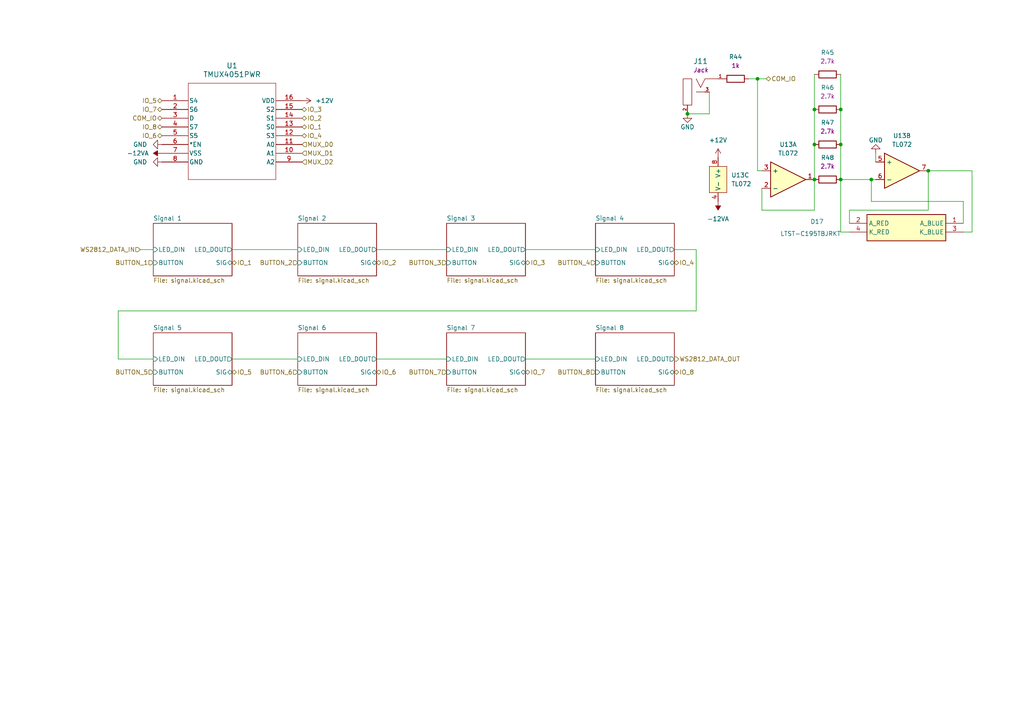
<source format=kicad_sch>
(kicad_sch (version 20231120) (generator "eeschema") (generator_version "8.0")
  (paper "A4")
  (lib_symbols
    (symbol "4ms_IC:TL072"
      (property "Reference" "U" (at 2.54 5.08 0))
      (property "Value" "TL072" (at 2.54 -3.81 0))
      (symbol "TL072_1_1"
        (polyline (pts (xy -5.08 5.08) (xy 5.08 0) (xy -5.08 -5.08) (xy -5.08 5.08)) (stroke (width 0.254)) (fill (type background)))
        (pin output line (at 7.62 0 180) (length 2.54) (name "~") (number "1"))
        (pin input line (at -7.62 -2.54 0) (length 2.54) (name "-") (number "2"))
        (pin input line (at -7.62 2.54 0) (length 2.54) (name "+") (number "3"))
      )
      (symbol "TL072_2_1"
        (polyline (pts (xy -5.08 5.08) (xy 5.08 0) (xy -5.08 -5.08) (xy -5.08 5.08)) (stroke (width 0.254)) (fill (type background)))
        (pin input line (at -7.62 2.54 0) (length 2.54) (name "+") (number "5"))
        (pin input line (at -7.62 -2.54 0) (length 2.54) (name "-") (number "6"))
        (pin output line (at 7.62 0 180) (length 2.54) (name "~") (number "7"))
      )
      (symbol "TL072_3_1"
        (rectangle (start -2.54 3.81) (end 2.54 -3.81) (fill (type background)))
        (pin power_in line (at 0 -6.35 90) (length 2.54) (name "V-") (number "4"))
        (pin power_in line (at 0 6.35 270) (length 2.54) (name "V+") (number "8"))
      )
    )
    (symbol "4ms_Jack:3.5mm_Mono_Switched_sm" (pin_names (offset 0) hide)
      (property "Reference" "J" (at -5.334 9.144 0))
      (property "Display" "Jack" (at -4.064 6.858 0))
      (symbol "3.5mm_Mono_Switched_sm_0_0"
        (rectangle (start -6.35 5.08) (end -3.81 -2.54))
        (polyline (pts (xy -2.54 1.27) (xy 0 1.27)))
        (polyline (pts (xy -2.54 5.08) (xy -1.27 2.54) (xy 0 5.08) (xy 3.81 5.08)))
      )
      (symbol "3.5mm_Mono_Switched_sm_1_1"
        (pin passive line (at 5.08 5.08 180) (length 1.27) (name "SIG") (number "1"))
        (pin passive line (at -5.08 -5.08 90) (length 2.54) (name "SHEILD") (number "2"))
        (pin passive line (at 1.27 1.27 180) (length 1.27) (name "SW") (number "3"))
      )
    )
    (symbol "4ms_Power-symbol:+12V" (power) (pin_names (offset 0))
      (property "Value" "+12V" (at 0 3.556 0))
      (symbol "+12V_0_1"
        (polyline (pts (xy -0.762 1.27) (xy 0 2.54)))
        (polyline (pts (xy 0 0) (xy 0 2.54)))
        (polyline (pts (xy 0 2.54) (xy 0.762 1.27)))
      )
      (symbol "+12V_1_1"
        (pin power_in line (at 0 0 90) (length 0) hide (name "+12V") (number "1"))
      )
    )
    (symbol "4ms_Power-symbol:-12VA" (power) (pin_names (offset 0))
      (property "Value" "-12VA" (at 0 3.556 0))
      (symbol "-12VA_0_0"
        (pin power_in line (at 0 0 90) (length 0) hide (name "-12VA") (number "1"))
      )
      (symbol "-12VA_0_1"
        (polyline (pts (xy 0 0) (xy 0 1.27) (xy 0.762 1.27) (xy 0 2.54) (xy -0.762 1.27) (xy 0 1.27)) (fill (type outline)))
      )
    )
    (symbol "4ms_Power-symbol:GND" (power) (pin_names (offset 0))
      (property "Value" "GND" (at 0 -3.81 0))
      (symbol "GND_0_1"
        (polyline (pts (xy 0 0) (xy 0 -1.27) (xy 1.27 -1.27) (xy 0 -2.54) (xy -1.27 -1.27) (xy 0 -1.27)))
      )
      (symbol "GND_1_1"
        (pin power_in line (at 0 0 270) (length 0) hide (name "GND") (number "1"))
      )
    )
    (symbol "4ms_Resistor:1k_0402" (pin_numbers hide) (pin_names (offset 0))
      (property "Reference" "R" (at 2.032 0 90))
      (property "Display" "1k" (at 3.81 0 90))
      (symbol "1k_0402_0_1"
        (rectangle (start -1.016 -2.54) (end 1.016 2.54) (stroke (width 0.254)))
      )
      (symbol "1k_0402_1_1"
        (pin passive line (at 0 3.81 270) (length 1.27) (name "~") (number "1"))
        (pin passive line (at 0 -3.81 90) (length 1.27) (name "~") (number "2"))
      )
    )
    (symbol "4ms_Resistor:2.7k_0603" (pin_numbers hide) (pin_names (offset 0))
      (property "Reference" "R" (at 2.032 0 90))
      (property "Display" "2.7k" (at 3.81 0 90))
      (symbol "2.7k_0603_0_1"
        (rectangle (start -1.016 -2.54) (end 1.016 2.54) (stroke (width 0.254)))
      )
      (symbol "2.7k_0603_1_1"
        (pin passive line (at 0 3.81 270) (length 1.27) (name "~") (number "1"))
        (pin passive line (at 0 -3.81 90) (length 1.27) (name "~") (number "2"))
      )
    )
    (symbol "SamacSys_Parts:LTST-C195TBJRKT"
      (property "Reference" "LED" (at 29.21 7.62 0))
      (property "Value" "LTST-C195TBJRKT" (at 29.21 5.08 0))
      (symbol "LTST-C195TBJRKT_1_1"
        (rectangle (start 5.08 2.54) (end 27.94 -5.08) (stroke (width 0.254)) (fill (type background)))
        (pin passive line (at 33.02 0 180) (length 5.08) (name "A_BLUE") (number "1"))
        (pin passive line (at 0 0 0) (length 5.08) (name "A_RED") (number "2"))
        (pin passive line (at 33.02 -2.54 180) (length 5.08) (name "K_BLUE") (number "3"))
        (pin passive line (at 0 -2.54 0) (length 5.08) (name "K_RED") (number "4"))
      )
    )
    (symbol "TMUX4051:TMUX4051PWR" (pin_names (offset 0.254))
      (property "Reference" "U" (at 20.32 10.16 0))
      (property "Value" "TMUX4051PWR" (at 20.32 7.62 0))
      (symbol "TMUX4051PWR_0_1"
        (polyline (pts (xy 7.62 -22.86) (xy 33.02 -22.86)) (stroke (width 0.127)))
        (polyline (pts (xy 7.62 5.08) (xy 7.62 -22.86)) (stroke (width 0.127)))
        (polyline (pts (xy 33.02 -22.86) (xy 33.02 5.08)) (stroke (width 0.127)))
        (polyline (pts (xy 33.02 5.08) (xy 7.62 5.08)) (stroke (width 0.127)))
        (pin bidirectional line (at 0 0 0) (length 7.62) (name "S4") (number "1"))
        (pin input line (at 40.64 -15.24 180) (length 7.62) (name "A1") (number "10"))
        (pin input line (at 40.64 -12.7 180) (length 7.62) (name "A0") (number "11"))
        (pin bidirectional line (at 40.64 -10.16 180) (length 7.62) (name "S3") (number "12"))
        (pin bidirectional line (at 40.64 -7.62 180) (length 7.62) (name "S0") (number "13"))
        (pin bidirectional line (at 40.64 -5.08 180) (length 7.62) (name "S1") (number "14"))
        (pin bidirectional line (at 40.64 -2.54 180) (length 7.62) (name "S2") (number "15"))
        (pin power_in line (at 40.64 0 180) (length 7.62) (name "VDD") (number "16"))
        (pin bidirectional line (at 0 -2.54 0) (length 7.62) (name "S6") (number "2"))
        (pin bidirectional line (at 0 -5.08 0) (length 7.62) (name "D") (number "3"))
        (pin bidirectional line (at 0 -7.62 0) (length 7.62) (name "S7") (number "4"))
        (pin bidirectional line (at 0 -10.16 0) (length 7.62) (name "S5") (number "5"))
        (pin input line (at 0 -12.7 0) (length 7.62) (name "*EN") (number "6"))
        (pin power_out line (at 0 -15.24 0) (length 7.62) (name "VSS") (number "7"))
        (pin power_out line (at 0 -17.78 0) (length 7.62) (name "GND") (number "8"))
        (pin input line (at 40.64 -17.78 180) (length 7.62) (name "A2") (number "9"))
      )
    )
    (symbol "power:+12V" (power) (pin_numbers hide) (pin_names (offset 0) hide)
      (property "Value" "+12V" (at 0 3.556 0))
      (symbol "+12V_0_1"
        (polyline (pts (xy -0.762 1.27) (xy 0 2.54)))
        (polyline (pts (xy 0 0) (xy 0 2.54)))
        (polyline (pts (xy 0 2.54) (xy 0.762 1.27)))
      )
      (symbol "+12V_1_1"
        (pin power_in line (at 0 0 90) (length 0) (name "~") (number "1"))
      )
    )
  )
  (junction (at 269.24 49.53))
  (junction (at 219.71 22.86))
  (junction (at 243.84 31.75))
  (junction (at 236.22 41.91))
  (junction (at 243.84 52.07))
  (junction (at 243.84 41.91))
  (junction (at 199.39 33.02))
  (junction (at 236.22 52.07))
  (junction (at 252.73 52.07))
  (junction (at 236.22 31.75))
  (wire (pts (xy 34.29 90.17) (xy 34.29 104.14)))
  (wire (pts (xy 269.24 60.96) (xy 269.24 49.53)))
  (wire (pts (xy 222.25 22.86) (xy 219.71 22.86)))
  (wire (pts (xy 34.29 104.14) (xy 44.45 104.14)))
  (wire (pts (xy 67.31 72.39) (xy 86.36 72.39)))
  (wire (pts (xy 220.98 60.96) (xy 236.22 60.96)))
  (wire (pts (xy 246.38 60.96) (xy 269.24 60.96)))
  (wire (pts (xy 195.58 72.39) (xy 201.93 72.39)))
  (wire (pts (xy 219.71 49.53) (xy 220.98 49.53)))
  (wire (pts (xy 152.4 72.39) (xy 172.72 72.39)))
  (wire (pts (xy 243.84 21.59) (xy 243.84 31.75)))
  (wire (pts (xy 219.71 22.86) (xy 219.71 49.53)))
  (wire (pts (xy 279.4 67.31) (xy 281.94 67.31)))
  (wire (pts (xy 269.24 49.53) (xy 281.94 49.53)))
  (wire (pts (xy 236.22 31.75) (xy 236.22 41.91)))
  (wire (pts (xy 40.64 72.39) (xy 44.45 72.39)))
  (wire (pts (xy 236.22 21.59) (xy 236.22 31.75)))
  (wire (pts (xy 236.22 60.96) (xy 236.22 52.07)))
  (wire (pts (xy 205.74 26.67) (xy 205.74 33.02)))
  (wire (pts (xy 152.4 104.14) (xy 172.72 104.14)))
  (wire (pts (xy 246.38 67.31) (xy 243.84 67.31)))
  (wire (pts (xy 252.73 52.07) (xy 254 52.07)))
  (wire (pts (xy 243.84 52.07) (xy 252.73 52.07)))
  (wire (pts (xy 109.22 72.39) (xy 129.54 72.39)))
  (wire (pts (xy 201.93 72.39) (xy 201.93 90.17)))
  (wire (pts (xy 67.31 104.14) (xy 86.36 104.14)))
  (wire (pts (xy 201.93 90.17) (xy 34.29 90.17)))
  (wire (pts (xy 281.94 67.31) (xy 281.94 49.53)))
  (wire (pts (xy 246.38 64.77) (xy 246.38 60.96)))
  (wire (pts (xy 252.73 58.42) (xy 252.73 52.07)))
  (wire (pts (xy 243.84 67.31) (xy 243.84 52.07)))
  (wire (pts (xy 279.4 64.77) (xy 279.4 58.42)))
  (wire (pts (xy 220.98 54.61) (xy 220.98 60.96)))
  (wire (pts (xy 279.4 58.42) (xy 252.73 58.42)))
  (wire (pts (xy 243.84 41.91) (xy 243.84 52.07)))
  (wire (pts (xy 236.22 41.91) (xy 236.22 52.07)))
  (wire (pts (xy 109.22 104.14) (xy 129.54 104.14)))
  (wire (pts (xy 254 44.45) (xy 254 46.99)))
  (wire (pts (xy 205.74 33.02) (xy 199.39 33.02)))
  (wire (pts (xy 219.71 22.86) (xy 217.17 22.86)))
  (wire (pts (xy 243.84 31.75) (xy 243.84 41.91)))
  (hierarchical_label "IO_6" (shape bidirectional) (at 46.99 39.37 180))
  (hierarchical_label "COM_IO" (shape bidirectional) (at 222.25 22.86 0))
  (hierarchical_label "IO_1" (shape bidirectional) (at 87.63 36.83 0))
  (hierarchical_label "BUTTON_6" (shape input) (at 86.36 107.95 180))
  (hierarchical_label "IO_7" (shape bidirectional) (at 46.99 31.75 180))
  (hierarchical_label "IO_3" (shape bidirectional) (at 87.63 31.75 0))
  (hierarchical_label "IO_8" (shape bidirectional) (at 46.99 36.83 180))
  (hierarchical_label "IO_6" (shape bidirectional) (at 109.22 107.95 0))
  (hierarchical_label "IO_1" (shape bidirectional) (at 67.31 76.2 0))
  (hierarchical_label "BUTTON_4" (shape input) (at 172.72 76.2 180))
  (hierarchical_label "IO_8" (shape bidirectional) (at 195.58 107.95 0))
  (hierarchical_label "WS2812_DATA_OUT" (shape output) (at 195.58 104.14 0))
  (hierarchical_label "BUTTON_8" (shape input) (at 172.72 107.95 180))
  (hierarchical_label "IO_4" (shape bidirectional) (at 87.63 39.37 0))
  (hierarchical_label "MUX_D1" (shape input) (at 87.63 44.45 0))
  (hierarchical_label "BUTTON_5" (shape input) (at 44.45 107.95 180))
  (hierarchical_label "BUTTON_7" (shape input) (at 129.54 107.95 180))
  (hierarchical_label "BUTTON_1" (shape input) (at 44.45 76.2 180))
  (hierarchical_label "WS2812_DATA_IN" (shape input) (at 40.64 72.39 180))
  (hierarchical_label "IO_5" (shape bidirectional) (at 67.31 107.95 0))
  (hierarchical_label "IO_4" (shape bidirectional) (at 195.58 76.2 0))
  (hierarchical_label "IO_7" (shape bidirectional) (at 152.4 107.95 0))
  (hierarchical_label "IO_3" (shape bidirectional) (at 152.4 76.2 0))
  (hierarchical_label "IO_5" (shape bidirectional) (at 46.99 29.21 180))
  (hierarchical_label "MUX_D0" (shape input) (at 87.63 41.91 0))
  (hierarchical_label "MUX_D2" (shape input) (at 87.63 46.99 0))
  (hierarchical_label "BUTTON_3" (shape input) (at 129.54 76.2 180))
  (hierarchical_label "IO_2" (shape bidirectional) (at 87.63 34.29 0))
  (hierarchical_label "BUTTON_2" (shape input) (at 86.36 76.2 180))
  (hierarchical_label "COM_IO" (shape bidirectional) (at 46.99 34.29 180))
  (hierarchical_label "IO_2" (shape bidirectional) (at 109.22 76.2 0))
  (symbol (lib_id "4ms_IC:TL072") (at 208.28 52.07 0) (unit 3)
    (property "Reference" "U13" (at 212.09 50.7999 0) (effects (justify left)))
    (property "Value" "TL072" (at 212.09 53.3399 0) (effects (justify left)))
    (property "Footprint" "4ms_Package_SSOP:TSSOP-8_4.4x3mm_Pitch0.65mm" (effects (hide yes)))
    (property "Description" "TL072 Dual Opamp TSSOP-8" (effects (hide yes)))
    (property "Specifications" "TL072 Dual Opamp" (effects (hide yes)))
    (property "JLCPCB ID" "C90748" (effects (hide yes)))
    (property "Production Stage" "A" (effects (hide yes)))
  )
  (symbol (lib_id "4ms_IC:TL072") (at 261.62 49.53 0) (unit 2)
    (property "Reference" "U13" (at 261.62 39.37 0))
    (property "Value" "TL072" (at 261.62 41.91 0))
    (property "Footprint" "4ms_Package_SSOP:TSSOP-8_4.4x3mm_Pitch0.65mm" (effects (hide yes)))
    (property "Description" "TL072 Dual Opamp TSSOP-8" (effects (hide yes)))
    (property "Specifications" "TL072 Dual Opamp" (effects (hide yes)))
    (property "JLCPCB ID" "C90748" (effects (hide yes)))
    (property "Production Stage" "A" (effects (hide yes)))
  )
  (symbol (lib_id "4ms_IC:TL072") (at 228.6 52.07 0) (unit 1)
    (property "Reference" "U13" (at 228.6 41.91 0))
    (property "Value" "TL072" (at 228.6 44.45 0))
    (property "Footprint" "4ms_Package_SSOP:TSSOP-8_4.4x3mm_Pitch0.65mm" (effects (hide yes)))
    (property "Description" "TL072 Dual Opamp TSSOP-8" (effects (hide yes)))
    (property "Specifications" "TL072 Dual Opamp" (effects (hide yes)))
    (property "JLCPCB ID" "C90748" (effects (hide yes)))
    (property "Production Stage" "A" (effects (hide yes)))
  )
  (symbol (lib_id "4ms_Jack:3.5mm_Mono_Switched_sm") (at 204.47 27.94 0) (unit 1)
    (property "Reference" "J11" (at 203.2 17.78 0) (effects (font (size 1.524 1.524))))
    (property "Value" "3.5mm_Mono_Switched_sm" (effects (hide yes)))
    (property "Footprint" "4ms_Jack:EighthInch_PJ398SM" (effects (hide yes)))
    (property "Description" "Audio 3.5mm Jack, mono, switched, PC-pin Vertical" (effects (hide yes)))
    (property "Specifications" "Audio 3.5mm Jack, mono, switched, PC-pin Vertical" (effects (hide yes)))
    (property "Manufacturer" "Wenzhou QingPu Electronics Co" (effects (hide yes)))
    (property "Part Number" "WQP-WQP518MA" (effects (hide yes)))
    (property "Production Stage" "C" (effects (hide yes)))
    (property "Display" "Jack" (at 203.2 20.32 0) (effects (font (italic yes))))
  )
  (symbol (lib_id "4ms_Power-symbol:-12VA") (at 208.28 58.42 180) (unit 1)
    (property "Reference" "#PWR086" (effects (hide yes)))
    (property "Value" "-12VA" (at 208.28 63.5 0))
  )
  (symbol (lib_id "4ms_Resistor:2.7k_0603") (at 240.03 41.91 90) (unit 1)
    (property "Reference" "R47" (at 240.03 35.56 90))
    (property "Value" "2.7k_0603" (effects (hide yes)))
    (property "Footprint" "4ms_Resistor:R_0603" (effects (hide yes)))
    (property "Description" "2k7, 1%, 1/10W, 0603" (effects (hide yes)))
    (property "Specifications" "2k7, 1%, 1/10W, 0603" (effects (hide yes)))
    (property "Manufacturer" "Yageo" (effects (hide yes)))
    (property "Part Number" "RC0603FR-072K7L" (effects (hide yes)))
    (property "Display" "2.7k" (at 240.03 38.1 90))
    (property "JLCPCB ID" "C13167" (effects (hide yes)))
  )
  (symbol (lib_id "4ms_Resistor:1k_0402") (at 213.36 22.86 90) (unit 1)
    (property "Reference" "R44" (at 213.36 16.51 90))
    (property "Value" "1k_0402" (effects (hide yes)))
    (property "Footprint" "4ms_Resistor:R_0402" (effects (hide yes)))
    (property "Description" "1k, 1%, 1/16W, 0603" (effects (hide yes)))
    (property "Specifications" "1k, 1%, 1/16W, 0402" (effects (hide yes)))
    (property "Manufacturer" "Yageo" (effects (hide yes)))
    (property "Part Number" "RC0402FR-071KL" (effects (hide yes)))
    (property "Manufacturer 2" "Yageo" (effects (hide yes)))
    (property "Display" "1k" (at 213.36 19.05 90))
    (property "JLCPCB ID" "C106235" (effects (hide yes)))
  )
  (symbol (lib_id "4ms_Power-symbol:GND") (at 199.39 33.02 0) (unit 1)
    (property "Reference" "#PWR051" (effects (hide yes)))
    (property "Value" "GND" (at 199.39 36.83 0))
  )
  (symbol (lib_id "SamacSys_Parts:LTST-C195TBJRKT") (at 246.38 64.77 0) (unit 1)
    (property "Reference" "D17" (at 236.982 64.262 0))
    (property "Value" "LTST-C195TBJRKT" (at 226.314 67.056 0) (effects (justify left top)))
    (property "Footprint" "SamacSys_Parts:LTSTC195TBJRKT" (effects (hide yes)))
    (property "Datasheet" "https://optoelectronics.liteon.com/upload/download/DS22-2001-079/LTST-C195TBJRKT%20.pdf" (effects (hide yes)))
    (property "Description" "LED,SMD,0605,Bi-Colour,Blue/Red Lite-On LTST-C195TBJRKT Bi-colour Blue, Red LED, 470 / 631 nm, 4-Pin 1513 (0605), Rectangle Lens SMD Package" (effects (hide yes)))
    (property "MANUFACTURER" "Lite-On Inc." (effects (hide yes)))
    (property "STANDARD" "Manufacturer Recommendation" (effects (hide yes)))
    (property "Height" "0.65" (effects (hide yes)))
    (property "Mouser Part Number" "859-LTST-C195TBJRKT" (effects (hide yes)))
    (property "Mouser Price/Stock" "https://www.mouser.co.uk/ProductDetail/Lite-On/LTST-C195TBJRKT?qs=zkxzjn%2FNGl5uy8%252BmRt4Q0Q%3D%3D" (effects (hide yes)))
    (property "Manufacturer_Name" "Lite-On" (effects (hide yes)))
    (property "Manufacturer_Part_Number" "LTST-C195TBJRKT" (effects (hide yes)))
  )
  (symbol (lib_id "4ms_Resistor:2.7k_0603") (at 240.03 52.07 90) (unit 1)
    (property "Reference" "R48" (at 240.03 45.72 90))
    (property "Value" "2.7k_0603" (effects (hide yes)))
    (property "Footprint" "4ms_Resistor:R_0603" (effects (hide yes)))
    (property "Description" "2k7, 1%, 1/10W, 0603" (effects (hide yes)))
    (property "Specifications" "2k7, 1%, 1/10W, 0603" (effects (hide yes)))
    (property "Manufacturer" "Yageo" (effects (hide yes)))
    (property "Part Number" "RC0603FR-072K7L" (effects (hide yes)))
    (property "Display" "2.7k" (at 240.03 48.26 90))
    (property "JLCPCB ID" "C13167" (effects (hide yes)))
  )
  (symbol (lib_id "TMUX4051:TMUX4051PWR") (at 46.99 29.21 0) (unit 1)
    (property "Reference" "U1" (at 67.31 19.05 0) (effects (font (size 1.524 1.524))))
    (property "Value" "TMUX4051PWR" (at 67.31 21.59 0) (effects (font (size 1.524 1.524))))
    (property "Footprint" "TMUX4051:TSSOP16_PW_TEX" (effects (hide yes)))
    (property "Datasheet" "TMUX4051PWR" (effects (hide yes)))
  )
  (symbol (lib_id "4ms_Power-symbol:+12V") (at 87.63 29.21 270) (unit 1)
    (property "Reference" "#PWR05" (effects (hide yes)))
    (property "Value" "+12V" (at 91.44 29.2099 90) (effects (justify left)))
  )
  (symbol (lib_id "4ms_Resistor:2.7k_0603") (at 240.03 21.59 90) (unit 1)
    (property "Reference" "R45" (at 240.03 15.24 90))
    (property "Value" "2.7k_0603" (effects (hide yes)))
    (property "Footprint" "4ms_Resistor:R_0603" (effects (hide yes)))
    (property "Description" "2k7, 1%, 1/10W, 0603" (effects (hide yes)))
    (property "Specifications" "2k7, 1%, 1/10W, 0603" (effects (hide yes)))
    (property "Manufacturer" "Yageo" (effects (hide yes)))
    (property "Part Number" "RC0603FR-072K7L" (effects (hide yes)))
    (property "Display" "2.7k" (at 240.03 17.78 90))
    (property "JLCPCB ID" "C13167" (effects (hide yes)))
  )
  (symbol (lib_id "power:+12V") (at 208.28 45.72 0) (unit 1)
    (property "Reference" "#PWR085" (effects (hide yes)))
    (property "Value" "+12V" (at 208.28 40.64 0))
    (property "Description" "Power symbol creates a global label with name \"+12V\"" (effects (hide yes)))
  )
  (symbol (lib_id "4ms_Power-symbol:-12VA") (at 46.99 44.45 90) (unit 1)
    (property "Reference" "#PWR02" (effects (hide yes)))
    (property "Value" "-12VA" (at 43.18 44.4499 90) (effects (justify left)))
  )
  (symbol (lib_id "4ms_Power-symbol:GND") (at 254 44.45 180) (unit 1)
    (property "Reference" "#PWR084" (effects (hide yes)))
    (property "Value" "GND" (at 254 40.64 0))
  )
  (symbol (lib_id "4ms_Power-symbol:GND") (at 46.99 46.99 270) (unit 1)
    (property "Reference" "#PWR03" (effects (hide yes)))
    (property "Value" "GND" (at 40.64 46.99 90))
  )
  (symbol (lib_id "4ms_Power-symbol:GND") (at 46.99 41.91 270) (unit 1)
    (property "Reference" "#PWR01" (effects (hide yes)))
    (property "Value" "GND" (at 40.64 41.91 90))
  )
  (symbol (lib_id "4ms_Resistor:2.7k_0603") (at 240.03 31.75 90) (unit 1)
    (property "Reference" "R46" (at 240.03 25.4 90))
    (property "Value" "2.7k_0603" (effects (hide yes)))
    (property "Footprint" "4ms_Resistor:R_0603" (effects (hide yes)))
    (property "Description" "2k7, 1%, 1/10W, 0603" (effects (hide yes)))
    (property "Specifications" "2k7, 1%, 1/10W, 0603" (effects (hide yes)))
    (property "Manufacturer" "Yageo" (effects (hide yes)))
    (property "Part Number" "RC0603FR-072K7L" (effects (hide yes)))
    (property "Display" "2.7k" (at 240.03 27.94 90))
    (property "JLCPCB ID" "C13167" (effects (hide yes)))
  )
  (sheet (at 86.36 96.52) (size 22.86 15.24) (stroke (width 0.1524))
    (property "Sheetname" "Signal 6" (at 86.36 95.8084 0) (effects (justify left bottom)))
    (property "Sheetfile" "signal.kicad_sch" (at 86.36 112.3446 0) (effects (justify left top)))
    (pin "LED_DOUT" output (at 109.22 104.14 0))
    (pin "LED_DIN" input (at 86.36 104.14 180))
    (pin "BUTTON" input (at 86.36 107.95 180))
    (pin "SIG" bidirectional (at 109.22 107.95 0))
  )
  (sheet (at 172.72 96.52) (size 22.86 15.24) (stroke (width 0.1524))
    (property "Sheetname" "Signal 8" (at 172.72 95.8084 0) (effects (justify left bottom)))
    (property "Sheetfile" "signal.kicad_sch" (at 172.72 112.3446 0) (effects (justify left top)))
    (pin "LED_DOUT" output (at 195.58 104.14 0))
    (pin "LED_DIN" input (at 172.72 104.14 180))
    (pin "BUTTON" input (at 172.72 107.95 180))
    (pin "SIG" bidirectional (at 195.58 107.95 0))
  )
  (sheet (at 129.54 64.77) (size 22.86 15.24) (stroke (width 0.1524))
    (property "Sheetname" "Signal 3" (at 129.54 64.0584 0) (effects (justify left bottom)))
    (property "Sheetfile" "signal.kicad_sch" (at 129.54 80.5946 0) (effects (justify left top)))
    (pin "LED_DOUT" output (at 152.4 72.39 0))
    (pin "LED_DIN" input (at 129.54 72.39 180))
    (pin "BUTTON" input (at 129.54 76.2 180))
    (pin "SIG" bidirectional (at 152.4 76.2 0))
  )
  (sheet (at 44.45 96.52) (size 22.86 15.24) (stroke (width 0.1524))
    (property "Sheetname" "Signal 5" (at 44.45 95.8084 0) (effects (justify left bottom)))
    (property "Sheetfile" "signal.kicad_sch" (at 44.45 112.3446 0) (effects (justify left top)))
    (pin "LED_DOUT" output (at 67.31 104.14 0))
    (pin "LED_DIN" input (at 44.45 104.14 180))
    (pin "BUTTON" input (at 44.45 107.95 180))
    (pin "SIG" bidirectional (at 67.31 107.95 0))
  )
  (sheet (at 172.72 64.77) (size 22.86 15.24) (stroke (width 0.1524))
    (property "Sheetname" "Signal 4" (at 172.72 64.0584 0) (effects (justify left bottom)))
    (property "Sheetfile" "signal.kicad_sch" (at 172.72 80.5946 0) (effects (justify left top)))
    (pin "LED_DOUT" output (at 195.58 72.39 0))
    (pin "LED_DIN" input (at 172.72 72.39 180))
    (pin "BUTTON" input (at 172.72 76.2 180))
    (pin "SIG" bidirectional (at 195.58 76.2 0))
  )
  (sheet (at 44.45 64.77) (size 22.86 15.24) (stroke (width 0.1524))
    (property "Sheetname" "Signal 1" (at 44.45 64.0584 0) (effects (justify left bottom)))
    (property "Sheetfile" "signal.kicad_sch" (at 44.45 80.5946 0) (effects (justify left top)))
    (pin "LED_DOUT" output (at 67.31 72.39 0))
    (pin "LED_DIN" input (at 44.45 72.39 180))
    (pin "BUTTON" input (at 44.45 76.2 180))
    (pin "SIG" bidirectional (at 67.31 76.2 0))
  )
  (sheet (at 86.36 64.77) (size 22.86 15.24) (stroke (width 0.1524))
    (property "Sheetname" "Signal 2" (at 86.36 64.0584 0) (effects (justify left bottom)))
    (property "Sheetfile" "signal.kicad_sch" (at 86.36 80.5946 0) (effects (justify left top)))
    (pin "LED_DOUT" output (at 109.22 72.39 0))
    (pin "LED_DIN" input (at 86.36 72.39 180))
    (pin "BUTTON" input (at 86.36 76.2 180))
    (pin "SIG" bidirectional (at 109.22 76.2 0))
  )
  (sheet (at 129.54 96.52) (size 22.86 15.24) (stroke (width 0.1524))
    (property "Sheetname" "Signal 7" (at 129.54 95.8084 0) (effects (justify left bottom)))
    (property "Sheetfile" "signal.kicad_sch" (at 129.54 112.3446 0) (effects (justify left top)))
    (pin "LED_DOUT" output (at 152.4 104.14 0))
    (pin "LED_DIN" input (at 129.54 104.14 180))
    (pin "BUTTON" input (at 129.54 107.95 180))
    (pin "SIG" bidirectional (at 152.4 107.95 0))
  )
)
</source>
